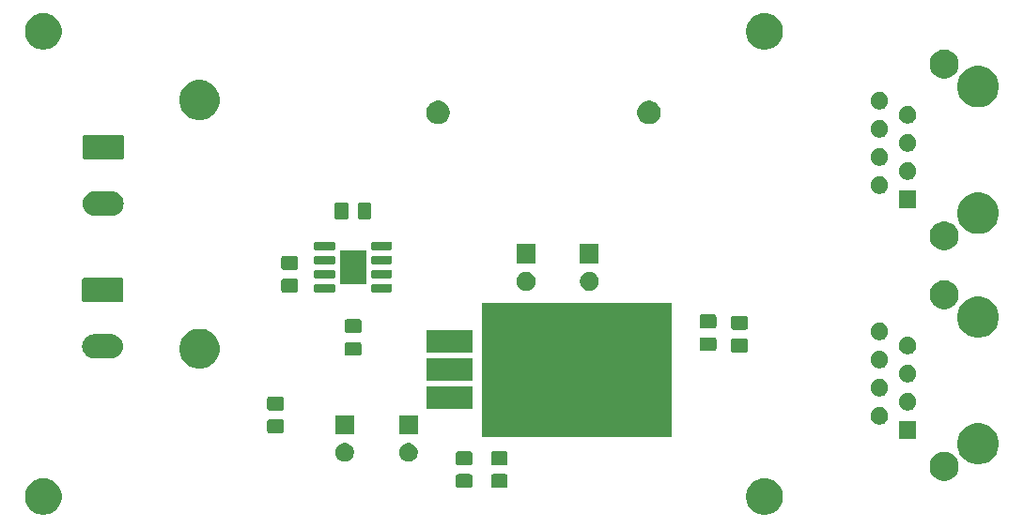
<source format=gbr>
G04 #@! TF.GenerationSoftware,KiCad,Pcbnew,5.1.4-e60b266~84~ubuntu18.04.1*
G04 #@! TF.CreationDate,2019-10-29T18:19:43-03:00*
G04 #@! TF.ProjectId,fonte_18V,666f6e74-655f-4313-9856-2e6b69636164,rev?*
G04 #@! TF.SameCoordinates,Original*
G04 #@! TF.FileFunction,Soldermask,Top*
G04 #@! TF.FilePolarity,Negative*
%FSLAX46Y46*%
G04 Gerber Fmt 4.6, Leading zero omitted, Abs format (unit mm)*
G04 Created by KiCad (PCBNEW 5.1.4-e60b266~84~ubuntu18.04.1) date 2019-10-29 18:19:43*
%MOMM*%
%LPD*%
G04 APERTURE LIST*
%ADD10C,0.100000*%
G04 APERTURE END LIST*
D10*
G36*
X159375256Y-180391298D02*
G01*
X159481579Y-180412447D01*
X159782042Y-180536903D01*
X160052451Y-180717585D01*
X160282415Y-180947549D01*
X160463097Y-181217958D01*
X160587553Y-181518421D01*
X160651000Y-181837391D01*
X160651000Y-182162609D01*
X160587553Y-182481579D01*
X160463097Y-182782042D01*
X160282415Y-183052451D01*
X160052451Y-183282415D01*
X159782042Y-183463097D01*
X159481579Y-183587553D01*
X159375256Y-183608702D01*
X159162611Y-183651000D01*
X158837389Y-183651000D01*
X158624744Y-183608702D01*
X158518421Y-183587553D01*
X158217958Y-183463097D01*
X157947549Y-183282415D01*
X157717585Y-183052451D01*
X157536903Y-182782042D01*
X157412447Y-182481579D01*
X157349000Y-182162609D01*
X157349000Y-181837391D01*
X157412447Y-181518421D01*
X157536903Y-181217958D01*
X157717585Y-180947549D01*
X157947549Y-180717585D01*
X158217958Y-180536903D01*
X158518421Y-180412447D01*
X158624744Y-180391298D01*
X158837389Y-180349000D01*
X159162611Y-180349000D01*
X159375256Y-180391298D01*
X159375256Y-180391298D01*
G37*
G36*
X94375256Y-180391298D02*
G01*
X94481579Y-180412447D01*
X94782042Y-180536903D01*
X95052451Y-180717585D01*
X95282415Y-180947549D01*
X95463097Y-181217958D01*
X95587553Y-181518421D01*
X95651000Y-181837391D01*
X95651000Y-182162609D01*
X95587553Y-182481579D01*
X95463097Y-182782042D01*
X95282415Y-183052451D01*
X95052451Y-183282415D01*
X94782042Y-183463097D01*
X94481579Y-183587553D01*
X94375256Y-183608702D01*
X94162611Y-183651000D01*
X93837389Y-183651000D01*
X93624744Y-183608702D01*
X93518421Y-183587553D01*
X93217958Y-183463097D01*
X92947549Y-183282415D01*
X92717585Y-183052451D01*
X92536903Y-182782042D01*
X92412447Y-182481579D01*
X92349000Y-182162609D01*
X92349000Y-181837391D01*
X92412447Y-181518421D01*
X92536903Y-181217958D01*
X92717585Y-180947549D01*
X92947549Y-180717585D01*
X93217958Y-180536903D01*
X93518421Y-180412447D01*
X93624744Y-180391298D01*
X93837389Y-180349000D01*
X94162611Y-180349000D01*
X94375256Y-180391298D01*
X94375256Y-180391298D01*
G37*
G36*
X132518674Y-179968465D02*
G01*
X132556367Y-179979899D01*
X132591103Y-179998466D01*
X132621548Y-180023452D01*
X132646534Y-180053897D01*
X132665101Y-180088633D01*
X132676535Y-180126326D01*
X132681000Y-180171661D01*
X132681000Y-181008339D01*
X132676535Y-181053674D01*
X132665101Y-181091367D01*
X132646534Y-181126103D01*
X132621548Y-181156548D01*
X132591103Y-181181534D01*
X132556367Y-181200101D01*
X132518674Y-181211535D01*
X132473339Y-181216000D01*
X131386661Y-181216000D01*
X131341326Y-181211535D01*
X131303633Y-181200101D01*
X131268897Y-181181534D01*
X131238452Y-181156548D01*
X131213466Y-181126103D01*
X131194899Y-181091367D01*
X131183465Y-181053674D01*
X131179000Y-181008339D01*
X131179000Y-180171661D01*
X131183465Y-180126326D01*
X131194899Y-180088633D01*
X131213466Y-180053897D01*
X131238452Y-180023452D01*
X131268897Y-179998466D01*
X131303633Y-179979899D01*
X131341326Y-179968465D01*
X131386661Y-179964000D01*
X132473339Y-179964000D01*
X132518674Y-179968465D01*
X132518674Y-179968465D01*
G37*
G36*
X135693674Y-179968465D02*
G01*
X135731367Y-179979899D01*
X135766103Y-179998466D01*
X135796548Y-180023452D01*
X135821534Y-180053897D01*
X135840101Y-180088633D01*
X135851535Y-180126326D01*
X135856000Y-180171661D01*
X135856000Y-181008339D01*
X135851535Y-181053674D01*
X135840101Y-181091367D01*
X135821534Y-181126103D01*
X135796548Y-181156548D01*
X135766103Y-181181534D01*
X135731367Y-181200101D01*
X135693674Y-181211535D01*
X135648339Y-181216000D01*
X134561661Y-181216000D01*
X134516326Y-181211535D01*
X134478633Y-181200101D01*
X134443897Y-181181534D01*
X134413452Y-181156548D01*
X134388466Y-181126103D01*
X134369899Y-181091367D01*
X134358465Y-181053674D01*
X134354000Y-181008339D01*
X134354000Y-180171661D01*
X134358465Y-180126326D01*
X134369899Y-180088633D01*
X134388466Y-180053897D01*
X134413452Y-180023452D01*
X134443897Y-179998466D01*
X134478633Y-179979899D01*
X134516326Y-179968465D01*
X134561661Y-179964000D01*
X135648339Y-179964000D01*
X135693674Y-179968465D01*
X135693674Y-179968465D01*
G37*
G36*
X175571487Y-178016996D02*
G01*
X175766603Y-178097816D01*
X175808255Y-178115069D01*
X175914670Y-178186173D01*
X176021339Y-178257447D01*
X176202553Y-178438661D01*
X176344932Y-178651747D01*
X176443004Y-178888513D01*
X176493000Y-179139861D01*
X176493000Y-179396139D01*
X176443004Y-179647487D01*
X176344932Y-179884253D01*
X176344931Y-179884255D01*
X176202553Y-180097339D01*
X176021339Y-180278553D01*
X175808255Y-180420931D01*
X175808254Y-180420932D01*
X175808253Y-180420932D01*
X175571487Y-180519004D01*
X175320139Y-180569000D01*
X175063861Y-180569000D01*
X174812513Y-180519004D01*
X174575747Y-180420932D01*
X174575746Y-180420932D01*
X174575745Y-180420931D01*
X174362661Y-180278553D01*
X174181447Y-180097339D01*
X174039069Y-179884255D01*
X174039068Y-179884253D01*
X173940996Y-179647487D01*
X173891000Y-179396139D01*
X173891000Y-179139861D01*
X173940996Y-178888513D01*
X174039068Y-178651747D01*
X174181447Y-178438661D01*
X174362661Y-178257447D01*
X174469330Y-178186173D01*
X174575745Y-178115069D01*
X174617397Y-178097816D01*
X174812513Y-178016996D01*
X175063861Y-177967000D01*
X175320139Y-177967000D01*
X175571487Y-178016996D01*
X175571487Y-178016996D01*
G37*
G36*
X135693674Y-177918465D02*
G01*
X135731367Y-177929899D01*
X135766103Y-177948466D01*
X135796548Y-177973452D01*
X135821534Y-178003897D01*
X135840101Y-178038633D01*
X135851535Y-178076326D01*
X135856000Y-178121661D01*
X135856000Y-178958339D01*
X135851535Y-179003674D01*
X135840101Y-179041367D01*
X135821534Y-179076103D01*
X135796548Y-179106548D01*
X135766103Y-179131534D01*
X135731367Y-179150101D01*
X135693674Y-179161535D01*
X135648339Y-179166000D01*
X134561661Y-179166000D01*
X134516326Y-179161535D01*
X134478633Y-179150101D01*
X134443897Y-179131534D01*
X134413452Y-179106548D01*
X134388466Y-179076103D01*
X134369899Y-179041367D01*
X134358465Y-179003674D01*
X134354000Y-178958339D01*
X134354000Y-178121661D01*
X134358465Y-178076326D01*
X134369899Y-178038633D01*
X134388466Y-178003897D01*
X134413452Y-177973452D01*
X134443897Y-177948466D01*
X134478633Y-177929899D01*
X134516326Y-177918465D01*
X134561661Y-177914000D01*
X135648339Y-177914000D01*
X135693674Y-177918465D01*
X135693674Y-177918465D01*
G37*
G36*
X132518674Y-177918465D02*
G01*
X132556367Y-177929899D01*
X132591103Y-177948466D01*
X132621548Y-177973452D01*
X132646534Y-178003897D01*
X132665101Y-178038633D01*
X132676535Y-178076326D01*
X132681000Y-178121661D01*
X132681000Y-178958339D01*
X132676535Y-179003674D01*
X132665101Y-179041367D01*
X132646534Y-179076103D01*
X132621548Y-179106548D01*
X132591103Y-179131534D01*
X132556367Y-179150101D01*
X132518674Y-179161535D01*
X132473339Y-179166000D01*
X131386661Y-179166000D01*
X131341326Y-179161535D01*
X131303633Y-179150101D01*
X131268897Y-179131534D01*
X131238452Y-179106548D01*
X131213466Y-179076103D01*
X131194899Y-179041367D01*
X131183465Y-179003674D01*
X131179000Y-178958339D01*
X131179000Y-178121661D01*
X131183465Y-178076326D01*
X131194899Y-178038633D01*
X131213466Y-178003897D01*
X131238452Y-177973452D01*
X131268897Y-177948466D01*
X131303633Y-177929899D01*
X131341326Y-177918465D01*
X131386661Y-177914000D01*
X132473339Y-177914000D01*
X132518674Y-177918465D01*
X132518674Y-177918465D01*
G37*
G36*
X178789208Y-175429093D02*
G01*
X179130617Y-175570510D01*
X179130619Y-175570511D01*
X179437880Y-175775816D01*
X179699184Y-176037120D01*
X179828150Y-176230131D01*
X179904490Y-176344383D01*
X180045907Y-176685792D01*
X180118000Y-177048229D01*
X180118000Y-177417771D01*
X180045907Y-177780208D01*
X179947825Y-178016997D01*
X179904489Y-178121619D01*
X179699184Y-178428880D01*
X179437880Y-178690184D01*
X179130619Y-178895489D01*
X179130618Y-178895490D01*
X179130617Y-178895490D01*
X178789208Y-179036907D01*
X178426771Y-179109000D01*
X178057229Y-179109000D01*
X177694792Y-179036907D01*
X177353383Y-178895490D01*
X177353382Y-178895490D01*
X177353381Y-178895489D01*
X177046120Y-178690184D01*
X176784816Y-178428880D01*
X176579511Y-178121619D01*
X176536175Y-178016997D01*
X176438093Y-177780208D01*
X176366000Y-177417771D01*
X176366000Y-177048229D01*
X176438093Y-176685792D01*
X176579510Y-176344383D01*
X176655851Y-176230131D01*
X176784816Y-176037120D01*
X177046120Y-175775816D01*
X177353381Y-175570511D01*
X177353383Y-175570510D01*
X177694792Y-175429093D01*
X178057229Y-175357000D01*
X178426771Y-175357000D01*
X178789208Y-175429093D01*
X178789208Y-175429093D01*
G37*
G36*
X127148228Y-177195703D02*
G01*
X127303100Y-177259853D01*
X127442481Y-177352985D01*
X127561015Y-177471519D01*
X127654147Y-177610900D01*
X127718297Y-177765772D01*
X127751000Y-177930184D01*
X127751000Y-178097816D01*
X127718297Y-178262228D01*
X127654147Y-178417100D01*
X127561015Y-178556481D01*
X127442481Y-178675015D01*
X127303100Y-178768147D01*
X127148228Y-178832297D01*
X126983816Y-178865000D01*
X126816184Y-178865000D01*
X126651772Y-178832297D01*
X126496900Y-178768147D01*
X126357519Y-178675015D01*
X126238985Y-178556481D01*
X126145853Y-178417100D01*
X126081703Y-178262228D01*
X126049000Y-178097816D01*
X126049000Y-177930184D01*
X126081703Y-177765772D01*
X126145853Y-177610900D01*
X126238985Y-177471519D01*
X126357519Y-177352985D01*
X126496900Y-177259853D01*
X126651772Y-177195703D01*
X126816184Y-177163000D01*
X126983816Y-177163000D01*
X127148228Y-177195703D01*
X127148228Y-177195703D01*
G37*
G36*
X121406228Y-177195703D02*
G01*
X121561100Y-177259853D01*
X121700481Y-177352985D01*
X121819015Y-177471519D01*
X121912147Y-177610900D01*
X121976297Y-177765772D01*
X122009000Y-177930184D01*
X122009000Y-178097816D01*
X121976297Y-178262228D01*
X121912147Y-178417100D01*
X121819015Y-178556481D01*
X121700481Y-178675015D01*
X121561100Y-178768147D01*
X121406228Y-178832297D01*
X121241816Y-178865000D01*
X121074184Y-178865000D01*
X120909772Y-178832297D01*
X120754900Y-178768147D01*
X120615519Y-178675015D01*
X120496985Y-178556481D01*
X120403853Y-178417100D01*
X120339703Y-178262228D01*
X120307000Y-178097816D01*
X120307000Y-177930184D01*
X120339703Y-177765772D01*
X120403853Y-177610900D01*
X120496985Y-177471519D01*
X120615519Y-177352985D01*
X120754900Y-177259853D01*
X120909772Y-177195703D01*
X121074184Y-177163000D01*
X121241816Y-177163000D01*
X121406228Y-177195703D01*
X121406228Y-177195703D01*
G37*
G36*
X172693000Y-176764000D02*
G01*
X171091000Y-176764000D01*
X171091000Y-175162000D01*
X172693000Y-175162000D01*
X172693000Y-176764000D01*
X172693000Y-176764000D01*
G37*
G36*
X150601000Y-176601000D02*
G01*
X133499000Y-176601000D01*
X133499000Y-164499000D01*
X150601000Y-164499000D01*
X150601000Y-176601000D01*
X150601000Y-176601000D01*
G37*
G36*
X122009000Y-176365000D02*
G01*
X120307000Y-176365000D01*
X120307000Y-174663000D01*
X122009000Y-174663000D01*
X122009000Y-176365000D01*
X122009000Y-176365000D01*
G37*
G36*
X127751000Y-176365000D02*
G01*
X126049000Y-176365000D01*
X126049000Y-174663000D01*
X127751000Y-174663000D01*
X127751000Y-176365000D01*
X127751000Y-176365000D01*
G37*
G36*
X115523674Y-175028465D02*
G01*
X115561367Y-175039899D01*
X115596103Y-175058466D01*
X115626548Y-175083452D01*
X115651534Y-175113897D01*
X115670101Y-175148633D01*
X115681535Y-175186326D01*
X115686000Y-175231661D01*
X115686000Y-176068339D01*
X115681535Y-176113674D01*
X115670101Y-176151367D01*
X115651534Y-176186103D01*
X115626548Y-176216548D01*
X115596103Y-176241534D01*
X115561367Y-176260101D01*
X115523674Y-176271535D01*
X115478339Y-176276000D01*
X114391661Y-176276000D01*
X114346326Y-176271535D01*
X114308633Y-176260101D01*
X114273897Y-176241534D01*
X114243452Y-176216548D01*
X114218466Y-176186103D01*
X114199899Y-176151367D01*
X114188465Y-176113674D01*
X114184000Y-176068339D01*
X114184000Y-175231661D01*
X114188465Y-175186326D01*
X114199899Y-175148633D01*
X114218466Y-175113897D01*
X114243452Y-175083452D01*
X114273897Y-175058466D01*
X114308633Y-175039899D01*
X114346326Y-175028465D01*
X114391661Y-175024000D01*
X115478339Y-175024000D01*
X115523674Y-175028465D01*
X115523674Y-175028465D01*
G37*
G36*
X169585642Y-173922781D02*
G01*
X169731414Y-173983162D01*
X169731416Y-173983163D01*
X169862608Y-174070822D01*
X169974178Y-174182392D01*
X170061837Y-174313584D01*
X170061838Y-174313586D01*
X170122219Y-174459358D01*
X170153000Y-174614107D01*
X170153000Y-174771893D01*
X170122219Y-174926642D01*
X170081892Y-175024000D01*
X170061837Y-175072416D01*
X169974178Y-175203608D01*
X169862608Y-175315178D01*
X169731416Y-175402837D01*
X169731415Y-175402838D01*
X169731414Y-175402838D01*
X169585642Y-175463219D01*
X169430893Y-175494000D01*
X169273107Y-175494000D01*
X169118358Y-175463219D01*
X168972586Y-175402838D01*
X168972585Y-175402838D01*
X168972584Y-175402837D01*
X168841392Y-175315178D01*
X168729822Y-175203608D01*
X168642163Y-175072416D01*
X168622108Y-175024000D01*
X168581781Y-174926642D01*
X168551000Y-174771893D01*
X168551000Y-174614107D01*
X168581781Y-174459358D01*
X168642162Y-174313586D01*
X168642163Y-174313584D01*
X168729822Y-174182392D01*
X168841392Y-174070822D01*
X168972584Y-173983163D01*
X168972586Y-173983162D01*
X169118358Y-173922781D01*
X169273107Y-173892000D01*
X169430893Y-173892000D01*
X169585642Y-173922781D01*
X169585642Y-173922781D01*
G37*
G36*
X115523674Y-172978465D02*
G01*
X115561367Y-172989899D01*
X115596103Y-173008466D01*
X115626548Y-173033452D01*
X115651534Y-173063897D01*
X115670101Y-173098633D01*
X115681535Y-173136326D01*
X115686000Y-173181661D01*
X115686000Y-174018339D01*
X115681535Y-174063674D01*
X115670101Y-174101367D01*
X115651534Y-174136103D01*
X115626548Y-174166548D01*
X115596103Y-174191534D01*
X115561367Y-174210101D01*
X115523674Y-174221535D01*
X115478339Y-174226000D01*
X114391661Y-174226000D01*
X114346326Y-174221535D01*
X114308633Y-174210101D01*
X114273897Y-174191534D01*
X114243452Y-174166548D01*
X114218466Y-174136103D01*
X114199899Y-174101367D01*
X114188465Y-174063674D01*
X114184000Y-174018339D01*
X114184000Y-173181661D01*
X114188465Y-173136326D01*
X114199899Y-173098633D01*
X114218466Y-173063897D01*
X114243452Y-173033452D01*
X114273897Y-173008466D01*
X114308633Y-172989899D01*
X114346326Y-172978465D01*
X114391661Y-172974000D01*
X115478339Y-172974000D01*
X115523674Y-172978465D01*
X115523674Y-172978465D01*
G37*
G36*
X172125642Y-172652781D02*
G01*
X172271414Y-172713162D01*
X172271416Y-172713163D01*
X172402608Y-172800822D01*
X172514178Y-172912392D01*
X172558326Y-172978465D01*
X172601838Y-173043586D01*
X172662219Y-173189358D01*
X172693000Y-173344107D01*
X172693000Y-173501893D01*
X172662219Y-173656642D01*
X172601838Y-173802414D01*
X172601837Y-173802416D01*
X172514178Y-173933608D01*
X172402608Y-174045178D01*
X172271416Y-174132837D01*
X172271415Y-174132838D01*
X172271414Y-174132838D01*
X172125642Y-174193219D01*
X171970893Y-174224000D01*
X171813107Y-174224000D01*
X171658358Y-174193219D01*
X171512586Y-174132838D01*
X171512585Y-174132838D01*
X171512584Y-174132837D01*
X171381392Y-174045178D01*
X171269822Y-173933608D01*
X171182163Y-173802416D01*
X171182162Y-173802414D01*
X171121781Y-173656642D01*
X171091000Y-173501893D01*
X171091000Y-173344107D01*
X171121781Y-173189358D01*
X171182162Y-173043586D01*
X171225674Y-172978465D01*
X171269822Y-172912392D01*
X171381392Y-172800822D01*
X171512584Y-172713163D01*
X171512586Y-172713162D01*
X171658358Y-172652781D01*
X171813107Y-172622000D01*
X171970893Y-172622000D01*
X172125642Y-172652781D01*
X172125642Y-172652781D01*
G37*
G36*
X132671000Y-174093500D02*
G01*
X128569000Y-174093500D01*
X128569000Y-172086500D01*
X132671000Y-172086500D01*
X132671000Y-174093500D01*
X132671000Y-174093500D01*
G37*
G36*
X169585642Y-171382781D02*
G01*
X169731414Y-171443162D01*
X169731416Y-171443163D01*
X169862608Y-171530822D01*
X169974178Y-171642392D01*
X169981412Y-171653219D01*
X170061838Y-171773586D01*
X170122219Y-171919358D01*
X170153000Y-172074107D01*
X170153000Y-172231893D01*
X170122219Y-172386642D01*
X170061838Y-172532414D01*
X170061837Y-172532416D01*
X169974178Y-172663608D01*
X169862608Y-172775178D01*
X169731416Y-172862837D01*
X169731415Y-172862838D01*
X169731414Y-172862838D01*
X169585642Y-172923219D01*
X169430893Y-172954000D01*
X169273107Y-172954000D01*
X169118358Y-172923219D01*
X168972586Y-172862838D01*
X168972585Y-172862838D01*
X168972584Y-172862837D01*
X168841392Y-172775178D01*
X168729822Y-172663608D01*
X168642163Y-172532416D01*
X168642162Y-172532414D01*
X168581781Y-172386642D01*
X168551000Y-172231893D01*
X168551000Y-172074107D01*
X168581781Y-171919358D01*
X168642162Y-171773586D01*
X168722588Y-171653219D01*
X168729822Y-171642392D01*
X168841392Y-171530822D01*
X168972584Y-171443163D01*
X168972586Y-171443162D01*
X169118358Y-171382781D01*
X169273107Y-171352000D01*
X169430893Y-171352000D01*
X169585642Y-171382781D01*
X169585642Y-171382781D01*
G37*
G36*
X172125642Y-170112781D02*
G01*
X172271414Y-170173162D01*
X172271416Y-170173163D01*
X172402608Y-170260822D01*
X172514178Y-170372392D01*
X172601837Y-170503584D01*
X172601838Y-170503586D01*
X172662219Y-170649358D01*
X172693000Y-170804107D01*
X172693000Y-170961893D01*
X172662219Y-171116642D01*
X172601838Y-171262414D01*
X172601837Y-171262416D01*
X172514178Y-171393608D01*
X172402608Y-171505178D01*
X172271416Y-171592837D01*
X172271415Y-171592838D01*
X172271414Y-171592838D01*
X172125642Y-171653219D01*
X171970893Y-171684000D01*
X171813107Y-171684000D01*
X171658358Y-171653219D01*
X171512586Y-171592838D01*
X171512585Y-171592838D01*
X171512584Y-171592837D01*
X171381392Y-171505178D01*
X171269822Y-171393608D01*
X171182163Y-171262416D01*
X171182162Y-171262414D01*
X171121781Y-171116642D01*
X171091000Y-170961893D01*
X171091000Y-170804107D01*
X171121781Y-170649358D01*
X171182162Y-170503586D01*
X171182163Y-170503584D01*
X171269822Y-170372392D01*
X171381392Y-170260822D01*
X171512584Y-170173163D01*
X171512586Y-170173162D01*
X171658358Y-170112781D01*
X171813107Y-170082000D01*
X171970893Y-170082000D01*
X172125642Y-170112781D01*
X172125642Y-170112781D01*
G37*
G36*
X132671000Y-171553500D02*
G01*
X128569000Y-171553500D01*
X128569000Y-169546500D01*
X132671000Y-169546500D01*
X132671000Y-171553500D01*
X132671000Y-171553500D01*
G37*
G36*
X108602331Y-166924211D02*
G01*
X108930092Y-167059974D01*
X109225070Y-167257072D01*
X109475928Y-167507930D01*
X109673026Y-167802908D01*
X109808789Y-168130669D01*
X109878000Y-168478616D01*
X109878000Y-168833384D01*
X109808789Y-169181331D01*
X109673026Y-169509092D01*
X109475928Y-169804070D01*
X109225070Y-170054928D01*
X108930092Y-170252026D01*
X108602331Y-170387789D01*
X108254384Y-170457000D01*
X107899616Y-170457000D01*
X107551669Y-170387789D01*
X107223908Y-170252026D01*
X106928930Y-170054928D01*
X106678072Y-169804070D01*
X106480974Y-169509092D01*
X106345211Y-169181331D01*
X106276000Y-168833384D01*
X106276000Y-168478616D01*
X106345211Y-168130669D01*
X106480974Y-167802908D01*
X106678072Y-167507930D01*
X106928930Y-167257072D01*
X107223908Y-167059974D01*
X107551669Y-166924211D01*
X107899616Y-166855000D01*
X108254384Y-166855000D01*
X108602331Y-166924211D01*
X108602331Y-166924211D01*
G37*
G36*
X169585642Y-168842781D02*
G01*
X169702301Y-168891103D01*
X169731416Y-168903163D01*
X169862608Y-168990822D01*
X169974178Y-169102392D01*
X170061837Y-169233584D01*
X170061838Y-169233586D01*
X170122219Y-169379358D01*
X170153000Y-169534107D01*
X170153000Y-169691893D01*
X170122219Y-169846642D01*
X170061838Y-169992414D01*
X170061837Y-169992416D01*
X169974178Y-170123608D01*
X169862608Y-170235178D01*
X169731416Y-170322837D01*
X169731415Y-170322838D01*
X169731414Y-170322838D01*
X169585642Y-170383219D01*
X169430893Y-170414000D01*
X169273107Y-170414000D01*
X169118358Y-170383219D01*
X168972586Y-170322838D01*
X168972585Y-170322838D01*
X168972584Y-170322837D01*
X168841392Y-170235178D01*
X168729822Y-170123608D01*
X168642163Y-169992416D01*
X168642162Y-169992414D01*
X168581781Y-169846642D01*
X168551000Y-169691893D01*
X168551000Y-169534107D01*
X168581781Y-169379358D01*
X168642162Y-169233586D01*
X168642163Y-169233584D01*
X168729822Y-169102392D01*
X168841392Y-168990822D01*
X168972584Y-168903163D01*
X169001699Y-168891103D01*
X169118358Y-168842781D01*
X169273107Y-168812000D01*
X169430893Y-168812000D01*
X169585642Y-168842781D01*
X169585642Y-168842781D01*
G37*
G36*
X100328871Y-167359786D02*
G01*
X100534530Y-167422172D01*
X100724055Y-167523475D01*
X100724058Y-167523477D01*
X100724059Y-167523478D01*
X100890186Y-167659814D01*
X101018906Y-167816661D01*
X101026525Y-167825945D01*
X101127828Y-168015470D01*
X101190214Y-168221129D01*
X101211278Y-168435000D01*
X101190214Y-168648871D01*
X101143900Y-168801548D01*
X101136321Y-168826534D01*
X101127828Y-168854530D01*
X101026525Y-169044055D01*
X101026523Y-169044058D01*
X101026522Y-169044059D01*
X100890186Y-169210186D01*
X100724059Y-169346522D01*
X100724055Y-169346525D01*
X100534530Y-169447828D01*
X100328871Y-169510214D01*
X100168591Y-169526000D01*
X98541409Y-169526000D01*
X98381129Y-169510214D01*
X98175470Y-169447828D01*
X97985945Y-169346525D01*
X97985941Y-169346522D01*
X97819814Y-169210186D01*
X97683478Y-169044059D01*
X97683477Y-169044058D01*
X97683475Y-169044055D01*
X97582172Y-168854530D01*
X97573680Y-168826534D01*
X97566100Y-168801548D01*
X97519786Y-168648871D01*
X97498722Y-168435000D01*
X97519786Y-168221129D01*
X97582172Y-168015470D01*
X97683475Y-167825945D01*
X97691094Y-167816661D01*
X97819814Y-167659814D01*
X97985941Y-167523478D01*
X97985942Y-167523477D01*
X97985945Y-167523475D01*
X98175470Y-167422172D01*
X98381129Y-167359786D01*
X98541409Y-167344000D01*
X100168591Y-167344000D01*
X100328871Y-167359786D01*
X100328871Y-167359786D01*
G37*
G36*
X122508674Y-168043465D02*
G01*
X122546367Y-168054899D01*
X122581103Y-168073466D01*
X122611548Y-168098452D01*
X122636534Y-168128897D01*
X122655101Y-168163633D01*
X122666535Y-168201326D01*
X122671000Y-168246661D01*
X122671000Y-169083339D01*
X122666535Y-169128674D01*
X122655101Y-169166367D01*
X122636534Y-169201103D01*
X122611548Y-169231548D01*
X122581103Y-169256534D01*
X122546367Y-169275101D01*
X122508674Y-169286535D01*
X122463339Y-169291000D01*
X121376661Y-169291000D01*
X121331326Y-169286535D01*
X121293633Y-169275101D01*
X121258897Y-169256534D01*
X121228452Y-169231548D01*
X121203466Y-169201103D01*
X121184899Y-169166367D01*
X121173465Y-169128674D01*
X121169000Y-169083339D01*
X121169000Y-168246661D01*
X121173465Y-168201326D01*
X121184899Y-168163633D01*
X121203466Y-168128897D01*
X121228452Y-168098452D01*
X121258897Y-168073466D01*
X121293633Y-168054899D01*
X121331326Y-168043465D01*
X121376661Y-168039000D01*
X122463339Y-168039000D01*
X122508674Y-168043465D01*
X122508674Y-168043465D01*
G37*
G36*
X172125642Y-167572781D02*
G01*
X172223861Y-167613465D01*
X172271416Y-167633163D01*
X172402608Y-167720822D01*
X172514178Y-167832392D01*
X172591474Y-167948075D01*
X172601838Y-167963586D01*
X172662219Y-168109358D01*
X172693000Y-168264107D01*
X172693000Y-168421893D01*
X172662219Y-168576642D01*
X172630450Y-168653339D01*
X172601837Y-168722416D01*
X172514178Y-168853608D01*
X172402608Y-168965178D01*
X172271416Y-169052837D01*
X172271415Y-169052838D01*
X172271414Y-169052838D01*
X172125642Y-169113219D01*
X171970893Y-169144000D01*
X171813107Y-169144000D01*
X171658358Y-169113219D01*
X171512586Y-169052838D01*
X171512585Y-169052838D01*
X171512584Y-169052837D01*
X171381392Y-168965178D01*
X171269822Y-168853608D01*
X171182163Y-168722416D01*
X171153550Y-168653339D01*
X171121781Y-168576642D01*
X171091000Y-168421893D01*
X171091000Y-168264107D01*
X171121781Y-168109358D01*
X171182162Y-167963586D01*
X171192526Y-167948075D01*
X171269822Y-167832392D01*
X171381392Y-167720822D01*
X171512584Y-167633163D01*
X171560139Y-167613465D01*
X171658358Y-167572781D01*
X171813107Y-167542000D01*
X171970893Y-167542000D01*
X172125642Y-167572781D01*
X172125642Y-167572781D01*
G37*
G36*
X132671000Y-169013500D02*
G01*
X128569000Y-169013500D01*
X128569000Y-167006500D01*
X132671000Y-167006500D01*
X132671000Y-169013500D01*
X132671000Y-169013500D01*
G37*
G36*
X157328674Y-167733465D02*
G01*
X157366367Y-167744899D01*
X157401103Y-167763466D01*
X157431548Y-167788452D01*
X157456534Y-167818897D01*
X157475101Y-167853633D01*
X157486535Y-167891326D01*
X157491000Y-167936661D01*
X157491000Y-168773339D01*
X157486535Y-168818674D01*
X157475101Y-168856367D01*
X157456534Y-168891103D01*
X157431548Y-168921548D01*
X157401103Y-168946534D01*
X157366367Y-168965101D01*
X157328674Y-168976535D01*
X157283339Y-168981000D01*
X156196661Y-168981000D01*
X156151326Y-168976535D01*
X156113633Y-168965101D01*
X156078897Y-168946534D01*
X156048452Y-168921548D01*
X156023466Y-168891103D01*
X156004899Y-168856367D01*
X155993465Y-168818674D01*
X155989000Y-168773339D01*
X155989000Y-167936661D01*
X155993465Y-167891326D01*
X156004899Y-167853633D01*
X156023466Y-167818897D01*
X156048452Y-167788452D01*
X156078897Y-167763466D01*
X156113633Y-167744899D01*
X156151326Y-167733465D01*
X156196661Y-167729000D01*
X157283339Y-167729000D01*
X157328674Y-167733465D01*
X157328674Y-167733465D01*
G37*
G36*
X154498674Y-167613465D02*
G01*
X154536367Y-167624899D01*
X154571103Y-167643466D01*
X154601548Y-167668452D01*
X154626534Y-167698897D01*
X154645101Y-167733633D01*
X154656535Y-167771326D01*
X154661000Y-167816661D01*
X154661000Y-168653339D01*
X154656535Y-168698674D01*
X154645101Y-168736367D01*
X154626534Y-168771103D01*
X154601548Y-168801548D01*
X154571103Y-168826534D01*
X154536367Y-168845101D01*
X154498674Y-168856535D01*
X154453339Y-168861000D01*
X153366661Y-168861000D01*
X153321326Y-168856535D01*
X153283633Y-168845101D01*
X153248897Y-168826534D01*
X153218452Y-168801548D01*
X153193466Y-168771103D01*
X153174899Y-168736367D01*
X153163465Y-168698674D01*
X153159000Y-168653339D01*
X153159000Y-167816661D01*
X153163465Y-167771326D01*
X153174899Y-167733633D01*
X153193466Y-167698897D01*
X153218452Y-167668452D01*
X153248897Y-167643466D01*
X153283633Y-167624899D01*
X153321326Y-167613465D01*
X153366661Y-167609000D01*
X154453339Y-167609000D01*
X154498674Y-167613465D01*
X154498674Y-167613465D01*
G37*
G36*
X169585642Y-166302781D02*
G01*
X169731414Y-166363162D01*
X169731416Y-166363163D01*
X169862608Y-166450822D01*
X169974178Y-166562392D01*
X170060524Y-166691619D01*
X170061838Y-166693586D01*
X170122219Y-166839358D01*
X170153000Y-166994107D01*
X170153000Y-167151893D01*
X170122219Y-167306642D01*
X170061838Y-167452414D01*
X170061837Y-167452416D01*
X169974178Y-167583608D01*
X169862608Y-167695178D01*
X169731416Y-167782837D01*
X169731415Y-167782838D01*
X169731414Y-167782838D01*
X169585642Y-167843219D01*
X169430893Y-167874000D01*
X169273107Y-167874000D01*
X169118358Y-167843219D01*
X168972586Y-167782838D01*
X168972585Y-167782838D01*
X168972584Y-167782837D01*
X168841392Y-167695178D01*
X168729822Y-167583608D01*
X168642163Y-167452416D01*
X168642162Y-167452414D01*
X168581781Y-167306642D01*
X168551000Y-167151893D01*
X168551000Y-166994107D01*
X168581781Y-166839358D01*
X168642162Y-166693586D01*
X168643476Y-166691619D01*
X168729822Y-166562392D01*
X168841392Y-166450822D01*
X168972584Y-166363163D01*
X168972586Y-166363162D01*
X169118358Y-166302781D01*
X169273107Y-166272000D01*
X169430893Y-166272000D01*
X169585642Y-166302781D01*
X169585642Y-166302781D01*
G37*
G36*
X178789208Y-163999093D02*
G01*
X179130617Y-164140510D01*
X179130619Y-164140511D01*
X179345521Y-164284104D01*
X179437880Y-164345816D01*
X179699184Y-164607120D01*
X179904490Y-164914383D01*
X180045907Y-165255792D01*
X180118000Y-165618229D01*
X180118000Y-165987771D01*
X180045907Y-166350208D01*
X179905144Y-166690038D01*
X179904489Y-166691619D01*
X179699184Y-166998880D01*
X179437880Y-167260184D01*
X179130619Y-167465489D01*
X179130618Y-167465490D01*
X179130617Y-167465490D01*
X178789208Y-167606907D01*
X178426771Y-167679000D01*
X178057229Y-167679000D01*
X177694792Y-167606907D01*
X177353383Y-167465490D01*
X177353382Y-167465490D01*
X177353381Y-167465489D01*
X177046120Y-167260184D01*
X176784816Y-166998880D01*
X176579511Y-166691619D01*
X176578856Y-166690038D01*
X176438093Y-166350208D01*
X176366000Y-165987771D01*
X176366000Y-165618229D01*
X176438093Y-165255792D01*
X176579510Y-164914383D01*
X176784816Y-164607120D01*
X177046120Y-164345816D01*
X177138479Y-164284104D01*
X177353381Y-164140511D01*
X177353383Y-164140510D01*
X177694792Y-163999093D01*
X178057229Y-163927000D01*
X178426771Y-163927000D01*
X178789208Y-163999093D01*
X178789208Y-163999093D01*
G37*
G36*
X122508674Y-165993465D02*
G01*
X122546367Y-166004899D01*
X122581103Y-166023466D01*
X122611548Y-166048452D01*
X122636534Y-166078897D01*
X122655101Y-166113633D01*
X122666535Y-166151326D01*
X122671000Y-166196661D01*
X122671000Y-167033339D01*
X122666535Y-167078674D01*
X122655101Y-167116367D01*
X122636534Y-167151103D01*
X122611548Y-167181548D01*
X122581103Y-167206534D01*
X122546367Y-167225101D01*
X122508674Y-167236535D01*
X122463339Y-167241000D01*
X121376661Y-167241000D01*
X121331326Y-167236535D01*
X121293633Y-167225101D01*
X121258897Y-167206534D01*
X121228452Y-167181548D01*
X121203466Y-167151103D01*
X121184899Y-167116367D01*
X121173465Y-167078674D01*
X121169000Y-167033339D01*
X121169000Y-166196661D01*
X121173465Y-166151326D01*
X121184899Y-166113633D01*
X121203466Y-166078897D01*
X121228452Y-166048452D01*
X121258897Y-166023466D01*
X121293633Y-166004899D01*
X121331326Y-165993465D01*
X121376661Y-165989000D01*
X122463339Y-165989000D01*
X122508674Y-165993465D01*
X122508674Y-165993465D01*
G37*
G36*
X157328674Y-165683465D02*
G01*
X157366367Y-165694899D01*
X157401103Y-165713466D01*
X157431548Y-165738452D01*
X157456534Y-165768897D01*
X157475101Y-165803633D01*
X157486535Y-165841326D01*
X157491000Y-165886661D01*
X157491000Y-166723339D01*
X157486535Y-166768674D01*
X157475101Y-166806367D01*
X157456534Y-166841103D01*
X157431548Y-166871548D01*
X157401103Y-166896534D01*
X157366367Y-166915101D01*
X157328674Y-166926535D01*
X157283339Y-166931000D01*
X156196661Y-166931000D01*
X156151326Y-166926535D01*
X156113633Y-166915101D01*
X156078897Y-166896534D01*
X156048452Y-166871548D01*
X156023466Y-166841103D01*
X156004899Y-166806367D01*
X155993465Y-166768674D01*
X155989000Y-166723339D01*
X155989000Y-165886661D01*
X155993465Y-165841326D01*
X156004899Y-165803633D01*
X156023466Y-165768897D01*
X156048452Y-165738452D01*
X156078897Y-165713466D01*
X156113633Y-165694899D01*
X156151326Y-165683465D01*
X156196661Y-165679000D01*
X157283339Y-165679000D01*
X157328674Y-165683465D01*
X157328674Y-165683465D01*
G37*
G36*
X154498674Y-165563465D02*
G01*
X154536367Y-165574899D01*
X154571103Y-165593466D01*
X154601548Y-165618452D01*
X154626534Y-165648897D01*
X154645101Y-165683633D01*
X154656535Y-165721326D01*
X154661000Y-165766661D01*
X154661000Y-166603339D01*
X154656535Y-166648674D01*
X154645101Y-166686367D01*
X154626534Y-166721103D01*
X154601548Y-166751548D01*
X154571103Y-166776534D01*
X154536367Y-166795101D01*
X154498674Y-166806535D01*
X154453339Y-166811000D01*
X153366661Y-166811000D01*
X153321326Y-166806535D01*
X153283633Y-166795101D01*
X153248897Y-166776534D01*
X153218452Y-166751548D01*
X153193466Y-166721103D01*
X153174899Y-166686367D01*
X153163465Y-166648674D01*
X153159000Y-166603339D01*
X153159000Y-165766661D01*
X153163465Y-165721326D01*
X153174899Y-165683633D01*
X153193466Y-165648897D01*
X153218452Y-165618452D01*
X153248897Y-165593466D01*
X153283633Y-165574899D01*
X153321326Y-165563465D01*
X153366661Y-165559000D01*
X154453339Y-165559000D01*
X154498674Y-165563465D01*
X154498674Y-165563465D01*
G37*
G36*
X175571487Y-162516996D02*
G01*
X175808253Y-162615068D01*
X175808255Y-162615069D01*
X176021339Y-162757447D01*
X176202553Y-162938661D01*
X176318696Y-163112481D01*
X176344932Y-163151747D01*
X176443004Y-163388513D01*
X176493000Y-163639861D01*
X176493000Y-163896139D01*
X176443004Y-164147487D01*
X176367634Y-164329445D01*
X176344931Y-164384255D01*
X176202553Y-164597339D01*
X176021339Y-164778553D01*
X175808255Y-164920931D01*
X175808254Y-164920932D01*
X175808253Y-164920932D01*
X175571487Y-165019004D01*
X175320139Y-165069000D01*
X175063861Y-165069000D01*
X174812513Y-165019004D01*
X174575747Y-164920932D01*
X174575746Y-164920932D01*
X174575745Y-164920931D01*
X174362661Y-164778553D01*
X174181447Y-164597339D01*
X174039069Y-164384255D01*
X174016366Y-164329445D01*
X173940996Y-164147487D01*
X173891000Y-163896139D01*
X173891000Y-163639861D01*
X173940996Y-163388513D01*
X174039068Y-163151747D01*
X174065305Y-163112481D01*
X174181447Y-162938661D01*
X174362661Y-162757447D01*
X174575745Y-162615069D01*
X174575747Y-162615068D01*
X174812513Y-162516996D01*
X175063861Y-162467000D01*
X175320139Y-162467000D01*
X175571487Y-162516996D01*
X175571487Y-162516996D01*
G37*
G36*
X101071217Y-162267808D02*
G01*
X101102489Y-162277294D01*
X101131308Y-162292698D01*
X101156570Y-162313430D01*
X101177302Y-162338692D01*
X101192706Y-162367511D01*
X101202192Y-162398783D01*
X101206000Y-162437448D01*
X101206000Y-164272552D01*
X101202192Y-164311217D01*
X101192706Y-164342489D01*
X101177302Y-164371308D01*
X101156570Y-164396570D01*
X101131308Y-164417302D01*
X101102489Y-164432706D01*
X101071217Y-164442192D01*
X101032552Y-164446000D01*
X97677448Y-164446000D01*
X97638783Y-164442192D01*
X97607511Y-164432706D01*
X97578692Y-164417302D01*
X97553430Y-164396570D01*
X97532698Y-164371308D01*
X97517294Y-164342489D01*
X97507808Y-164311217D01*
X97504000Y-164272552D01*
X97504000Y-162437448D01*
X97507808Y-162398783D01*
X97517294Y-162367511D01*
X97532698Y-162338692D01*
X97553430Y-162313430D01*
X97578692Y-162292698D01*
X97607511Y-162277294D01*
X97638783Y-162267808D01*
X97677448Y-162264000D01*
X101032552Y-162264000D01*
X101071217Y-162267808D01*
X101071217Y-162267808D01*
G37*
G36*
X116793674Y-162328465D02*
G01*
X116831367Y-162339899D01*
X116866103Y-162358466D01*
X116896548Y-162383452D01*
X116921534Y-162413897D01*
X116940101Y-162448633D01*
X116951535Y-162486326D01*
X116956000Y-162531661D01*
X116956000Y-163368339D01*
X116951535Y-163413674D01*
X116940101Y-163451367D01*
X116921534Y-163486103D01*
X116896548Y-163516548D01*
X116866103Y-163541534D01*
X116831367Y-163560101D01*
X116793674Y-163571535D01*
X116748339Y-163576000D01*
X115661661Y-163576000D01*
X115616326Y-163571535D01*
X115578633Y-163560101D01*
X115543897Y-163541534D01*
X115513452Y-163516548D01*
X115488466Y-163486103D01*
X115469899Y-163451367D01*
X115458465Y-163413674D01*
X115454000Y-163368339D01*
X115454000Y-162531661D01*
X115458465Y-162486326D01*
X115469899Y-162448633D01*
X115488466Y-162413897D01*
X115513452Y-162383452D01*
X115543897Y-162358466D01*
X115578633Y-162339899D01*
X115616326Y-162328465D01*
X115661661Y-162324000D01*
X116748339Y-162324000D01*
X116793674Y-162328465D01*
X116793674Y-162328465D01*
G37*
G36*
X125329928Y-162846764D02*
G01*
X125351009Y-162853160D01*
X125370445Y-162863548D01*
X125387476Y-162877524D01*
X125401452Y-162894555D01*
X125411840Y-162913991D01*
X125418236Y-162935072D01*
X125421000Y-162963140D01*
X125421000Y-163426860D01*
X125418236Y-163454928D01*
X125411840Y-163476009D01*
X125401452Y-163495445D01*
X125387476Y-163512476D01*
X125370445Y-163526452D01*
X125351009Y-163536840D01*
X125329928Y-163543236D01*
X125301860Y-163546000D01*
X123663140Y-163546000D01*
X123635072Y-163543236D01*
X123613991Y-163536840D01*
X123594555Y-163526452D01*
X123577524Y-163512476D01*
X123563548Y-163495445D01*
X123553160Y-163476009D01*
X123546764Y-163454928D01*
X123544000Y-163426860D01*
X123544000Y-162963140D01*
X123546764Y-162935072D01*
X123553160Y-162913991D01*
X123563548Y-162894555D01*
X123577524Y-162877524D01*
X123594555Y-162863548D01*
X123613991Y-162853160D01*
X123635072Y-162846764D01*
X123663140Y-162844000D01*
X125301860Y-162844000D01*
X125329928Y-162846764D01*
X125329928Y-162846764D01*
G37*
G36*
X120204928Y-162846764D02*
G01*
X120226009Y-162853160D01*
X120245445Y-162863548D01*
X120262476Y-162877524D01*
X120276452Y-162894555D01*
X120286840Y-162913991D01*
X120293236Y-162935072D01*
X120296000Y-162963140D01*
X120296000Y-163426860D01*
X120293236Y-163454928D01*
X120286840Y-163476009D01*
X120276452Y-163495445D01*
X120262476Y-163512476D01*
X120245445Y-163526452D01*
X120226009Y-163536840D01*
X120204928Y-163543236D01*
X120176860Y-163546000D01*
X118538140Y-163546000D01*
X118510072Y-163543236D01*
X118488991Y-163536840D01*
X118469555Y-163526452D01*
X118452524Y-163512476D01*
X118438548Y-163495445D01*
X118428160Y-163476009D01*
X118421764Y-163454928D01*
X118419000Y-163426860D01*
X118419000Y-162963140D01*
X118421764Y-162935072D01*
X118428160Y-162913991D01*
X118438548Y-162894555D01*
X118452524Y-162877524D01*
X118469555Y-162863548D01*
X118488991Y-162853160D01*
X118510072Y-162846764D01*
X118538140Y-162844000D01*
X120176860Y-162844000D01*
X120204928Y-162846764D01*
X120204928Y-162846764D01*
G37*
G36*
X143468228Y-161751703D02*
G01*
X143623100Y-161815853D01*
X143762481Y-161908985D01*
X143881015Y-162027519D01*
X143974147Y-162166900D01*
X144038297Y-162321772D01*
X144071000Y-162486184D01*
X144071000Y-162653816D01*
X144038297Y-162818228D01*
X143974147Y-162973100D01*
X143881015Y-163112481D01*
X143762481Y-163231015D01*
X143623100Y-163324147D01*
X143468228Y-163388297D01*
X143303816Y-163421000D01*
X143136184Y-163421000D01*
X142971772Y-163388297D01*
X142816900Y-163324147D01*
X142677519Y-163231015D01*
X142558985Y-163112481D01*
X142465853Y-162973100D01*
X142401703Y-162818228D01*
X142369000Y-162653816D01*
X142369000Y-162486184D01*
X142401703Y-162321772D01*
X142465853Y-162166900D01*
X142558985Y-162027519D01*
X142677519Y-161908985D01*
X142816900Y-161815853D01*
X142971772Y-161751703D01*
X143136184Y-161719000D01*
X143303816Y-161719000D01*
X143468228Y-161751703D01*
X143468228Y-161751703D01*
G37*
G36*
X137753228Y-161751703D02*
G01*
X137908100Y-161815853D01*
X138047481Y-161908985D01*
X138166015Y-162027519D01*
X138259147Y-162166900D01*
X138323297Y-162321772D01*
X138356000Y-162486184D01*
X138356000Y-162653816D01*
X138323297Y-162818228D01*
X138259147Y-162973100D01*
X138166015Y-163112481D01*
X138047481Y-163231015D01*
X137908100Y-163324147D01*
X137753228Y-163388297D01*
X137588816Y-163421000D01*
X137421184Y-163421000D01*
X137256772Y-163388297D01*
X137101900Y-163324147D01*
X136962519Y-163231015D01*
X136843985Y-163112481D01*
X136750853Y-162973100D01*
X136686703Y-162818228D01*
X136654000Y-162653816D01*
X136654000Y-162486184D01*
X136686703Y-162321772D01*
X136750853Y-162166900D01*
X136843985Y-162027519D01*
X136962519Y-161908985D01*
X137101900Y-161815853D01*
X137256772Y-161751703D01*
X137421184Y-161719000D01*
X137588816Y-161719000D01*
X137753228Y-161751703D01*
X137753228Y-161751703D01*
G37*
G36*
X122998306Y-159743495D02*
G01*
X123026530Y-159752057D01*
X123052535Y-159765957D01*
X123075333Y-159784667D01*
X123094043Y-159807465D01*
X123107943Y-159833470D01*
X123116505Y-159861694D01*
X123120000Y-159897183D01*
X123120000Y-162682817D01*
X123116505Y-162718306D01*
X123107943Y-162746530D01*
X123094043Y-162772535D01*
X123075333Y-162795333D01*
X123052535Y-162814043D01*
X123026530Y-162827943D01*
X122998306Y-162836505D01*
X122962817Y-162840000D01*
X120877183Y-162840000D01*
X120841694Y-162836505D01*
X120813470Y-162827943D01*
X120787465Y-162814043D01*
X120764667Y-162795333D01*
X120745957Y-162772535D01*
X120732057Y-162746530D01*
X120723495Y-162718306D01*
X120720000Y-162682817D01*
X120720000Y-159897183D01*
X120723495Y-159861694D01*
X120732057Y-159833470D01*
X120745957Y-159807465D01*
X120764667Y-159784667D01*
X120787465Y-159765957D01*
X120813470Y-159752057D01*
X120841694Y-159743495D01*
X120877183Y-159740000D01*
X122962817Y-159740000D01*
X122998306Y-159743495D01*
X122998306Y-159743495D01*
G37*
G36*
X125329928Y-161576764D02*
G01*
X125351009Y-161583160D01*
X125370445Y-161593548D01*
X125387476Y-161607524D01*
X125401452Y-161624555D01*
X125411840Y-161643991D01*
X125418236Y-161665072D01*
X125421000Y-161693140D01*
X125421000Y-162156860D01*
X125418236Y-162184928D01*
X125411840Y-162206009D01*
X125401452Y-162225445D01*
X125387476Y-162242476D01*
X125370445Y-162256452D01*
X125351009Y-162266840D01*
X125329928Y-162273236D01*
X125301860Y-162276000D01*
X123663140Y-162276000D01*
X123635072Y-162273236D01*
X123613991Y-162266840D01*
X123594555Y-162256452D01*
X123577524Y-162242476D01*
X123563548Y-162225445D01*
X123553160Y-162206009D01*
X123546764Y-162184928D01*
X123544000Y-162156860D01*
X123544000Y-161693140D01*
X123546764Y-161665072D01*
X123553160Y-161643991D01*
X123563548Y-161624555D01*
X123577524Y-161607524D01*
X123594555Y-161593548D01*
X123613991Y-161583160D01*
X123635072Y-161576764D01*
X123663140Y-161574000D01*
X125301860Y-161574000D01*
X125329928Y-161576764D01*
X125329928Y-161576764D01*
G37*
G36*
X120204928Y-161576764D02*
G01*
X120226009Y-161583160D01*
X120245445Y-161593548D01*
X120262476Y-161607524D01*
X120276452Y-161624555D01*
X120286840Y-161643991D01*
X120293236Y-161665072D01*
X120296000Y-161693140D01*
X120296000Y-162156860D01*
X120293236Y-162184928D01*
X120286840Y-162206009D01*
X120276452Y-162225445D01*
X120262476Y-162242476D01*
X120245445Y-162256452D01*
X120226009Y-162266840D01*
X120204928Y-162273236D01*
X120176860Y-162276000D01*
X118538140Y-162276000D01*
X118510072Y-162273236D01*
X118488991Y-162266840D01*
X118469555Y-162256452D01*
X118452524Y-162242476D01*
X118438548Y-162225445D01*
X118428160Y-162206009D01*
X118421764Y-162184928D01*
X118419000Y-162156860D01*
X118419000Y-161693140D01*
X118421764Y-161665072D01*
X118428160Y-161643991D01*
X118438548Y-161624555D01*
X118452524Y-161607524D01*
X118469555Y-161593548D01*
X118488991Y-161583160D01*
X118510072Y-161576764D01*
X118538140Y-161574000D01*
X120176860Y-161574000D01*
X120204928Y-161576764D01*
X120204928Y-161576764D01*
G37*
G36*
X116793674Y-160278465D02*
G01*
X116831367Y-160289899D01*
X116866103Y-160308466D01*
X116896548Y-160333452D01*
X116921534Y-160363897D01*
X116940101Y-160398633D01*
X116951535Y-160436326D01*
X116956000Y-160481661D01*
X116956000Y-161318339D01*
X116951535Y-161363674D01*
X116940101Y-161401367D01*
X116921534Y-161436103D01*
X116896548Y-161466548D01*
X116866103Y-161491534D01*
X116831367Y-161510101D01*
X116793674Y-161521535D01*
X116748339Y-161526000D01*
X115661661Y-161526000D01*
X115616326Y-161521535D01*
X115578633Y-161510101D01*
X115543897Y-161491534D01*
X115513452Y-161466548D01*
X115488466Y-161436103D01*
X115469899Y-161401367D01*
X115458465Y-161363674D01*
X115454000Y-161318339D01*
X115454000Y-160481661D01*
X115458465Y-160436326D01*
X115469899Y-160398633D01*
X115488466Y-160363897D01*
X115513452Y-160333452D01*
X115543897Y-160308466D01*
X115578633Y-160289899D01*
X115616326Y-160278465D01*
X115661661Y-160274000D01*
X116748339Y-160274000D01*
X116793674Y-160278465D01*
X116793674Y-160278465D01*
G37*
G36*
X125329928Y-160306764D02*
G01*
X125351009Y-160313160D01*
X125370445Y-160323548D01*
X125387476Y-160337524D01*
X125401452Y-160354555D01*
X125411840Y-160373991D01*
X125418236Y-160395072D01*
X125421000Y-160423140D01*
X125421000Y-160886860D01*
X125418236Y-160914928D01*
X125411840Y-160936009D01*
X125401452Y-160955445D01*
X125387476Y-160972476D01*
X125370445Y-160986452D01*
X125351009Y-160996840D01*
X125329928Y-161003236D01*
X125301860Y-161006000D01*
X123663140Y-161006000D01*
X123635072Y-161003236D01*
X123613991Y-160996840D01*
X123594555Y-160986452D01*
X123577524Y-160972476D01*
X123563548Y-160955445D01*
X123553160Y-160936009D01*
X123546764Y-160914928D01*
X123544000Y-160886860D01*
X123544000Y-160423140D01*
X123546764Y-160395072D01*
X123553160Y-160373991D01*
X123563548Y-160354555D01*
X123577524Y-160337524D01*
X123594555Y-160323548D01*
X123613991Y-160313160D01*
X123635072Y-160306764D01*
X123663140Y-160304000D01*
X125301860Y-160304000D01*
X125329928Y-160306764D01*
X125329928Y-160306764D01*
G37*
G36*
X120204928Y-160306764D02*
G01*
X120226009Y-160313160D01*
X120245445Y-160323548D01*
X120262476Y-160337524D01*
X120276452Y-160354555D01*
X120286840Y-160373991D01*
X120293236Y-160395072D01*
X120296000Y-160423140D01*
X120296000Y-160886860D01*
X120293236Y-160914928D01*
X120286840Y-160936009D01*
X120276452Y-160955445D01*
X120262476Y-160972476D01*
X120245445Y-160986452D01*
X120226009Y-160996840D01*
X120204928Y-161003236D01*
X120176860Y-161006000D01*
X118538140Y-161006000D01*
X118510072Y-161003236D01*
X118488991Y-160996840D01*
X118469555Y-160986452D01*
X118452524Y-160972476D01*
X118438548Y-160955445D01*
X118428160Y-160936009D01*
X118421764Y-160914928D01*
X118419000Y-160886860D01*
X118419000Y-160423140D01*
X118421764Y-160395072D01*
X118428160Y-160373991D01*
X118438548Y-160354555D01*
X118452524Y-160337524D01*
X118469555Y-160323548D01*
X118488991Y-160313160D01*
X118510072Y-160306764D01*
X118538140Y-160304000D01*
X120176860Y-160304000D01*
X120204928Y-160306764D01*
X120204928Y-160306764D01*
G37*
G36*
X138356000Y-160921000D02*
G01*
X136654000Y-160921000D01*
X136654000Y-159219000D01*
X138356000Y-159219000D01*
X138356000Y-160921000D01*
X138356000Y-160921000D01*
G37*
G36*
X144071000Y-160921000D02*
G01*
X142369000Y-160921000D01*
X142369000Y-159219000D01*
X144071000Y-159219000D01*
X144071000Y-160921000D01*
X144071000Y-160921000D01*
G37*
G36*
X175571487Y-157198996D02*
G01*
X175808253Y-157297068D01*
X175808255Y-157297069D01*
X176021339Y-157439447D01*
X176202553Y-157620661D01*
X176344932Y-157833747D01*
X176443004Y-158070513D01*
X176493000Y-158321861D01*
X176493000Y-158578139D01*
X176443004Y-158829487D01*
X176346040Y-159063577D01*
X176344931Y-159066255D01*
X176202553Y-159279339D01*
X176021339Y-159460553D01*
X175808255Y-159602931D01*
X175808254Y-159602932D01*
X175808253Y-159602932D01*
X175571487Y-159701004D01*
X175320139Y-159751000D01*
X175063861Y-159751000D01*
X174812513Y-159701004D01*
X174575747Y-159602932D01*
X174575746Y-159602932D01*
X174575745Y-159602931D01*
X174362661Y-159460553D01*
X174181447Y-159279339D01*
X174039069Y-159066255D01*
X174037960Y-159063577D01*
X173940996Y-158829487D01*
X173891000Y-158578139D01*
X173891000Y-158321861D01*
X173940996Y-158070513D01*
X174039068Y-157833747D01*
X174181447Y-157620661D01*
X174362661Y-157439447D01*
X174575745Y-157297069D01*
X174575747Y-157297068D01*
X174812513Y-157198996D01*
X175063861Y-157149000D01*
X175320139Y-157149000D01*
X175571487Y-157198996D01*
X175571487Y-157198996D01*
G37*
G36*
X125329928Y-159036764D02*
G01*
X125351009Y-159043160D01*
X125370445Y-159053548D01*
X125387476Y-159067524D01*
X125401452Y-159084555D01*
X125411840Y-159103991D01*
X125418236Y-159125072D01*
X125421000Y-159153140D01*
X125421000Y-159616860D01*
X125418236Y-159644928D01*
X125411840Y-159666009D01*
X125401452Y-159685445D01*
X125387476Y-159702476D01*
X125370445Y-159716452D01*
X125351009Y-159726840D01*
X125329928Y-159733236D01*
X125301860Y-159736000D01*
X123663140Y-159736000D01*
X123635072Y-159733236D01*
X123613991Y-159726840D01*
X123594555Y-159716452D01*
X123577524Y-159702476D01*
X123563548Y-159685445D01*
X123553160Y-159666009D01*
X123546764Y-159644928D01*
X123544000Y-159616860D01*
X123544000Y-159153140D01*
X123546764Y-159125072D01*
X123553160Y-159103991D01*
X123563548Y-159084555D01*
X123577524Y-159067524D01*
X123594555Y-159053548D01*
X123613991Y-159043160D01*
X123635072Y-159036764D01*
X123663140Y-159034000D01*
X125301860Y-159034000D01*
X125329928Y-159036764D01*
X125329928Y-159036764D01*
G37*
G36*
X120204928Y-159036764D02*
G01*
X120226009Y-159043160D01*
X120245445Y-159053548D01*
X120262476Y-159067524D01*
X120276452Y-159084555D01*
X120286840Y-159103991D01*
X120293236Y-159125072D01*
X120296000Y-159153140D01*
X120296000Y-159616860D01*
X120293236Y-159644928D01*
X120286840Y-159666009D01*
X120276452Y-159685445D01*
X120262476Y-159702476D01*
X120245445Y-159716452D01*
X120226009Y-159726840D01*
X120204928Y-159733236D01*
X120176860Y-159736000D01*
X118538140Y-159736000D01*
X118510072Y-159733236D01*
X118488991Y-159726840D01*
X118469555Y-159716452D01*
X118452524Y-159702476D01*
X118438548Y-159685445D01*
X118428160Y-159666009D01*
X118421764Y-159644928D01*
X118419000Y-159616860D01*
X118419000Y-159153140D01*
X118421764Y-159125072D01*
X118428160Y-159103991D01*
X118438548Y-159084555D01*
X118452524Y-159067524D01*
X118469555Y-159053548D01*
X118488991Y-159043160D01*
X118510072Y-159036764D01*
X118538140Y-159034000D01*
X120176860Y-159034000D01*
X120204928Y-159036764D01*
X120204928Y-159036764D01*
G37*
G36*
X178789208Y-154611093D02*
G01*
X179130617Y-154752510D01*
X179130619Y-154752511D01*
X179437880Y-154957816D01*
X179699184Y-155219120D01*
X179859467Y-155459000D01*
X179904490Y-155526383D01*
X180045907Y-155867792D01*
X180118000Y-156230229D01*
X180118000Y-156599771D01*
X180045907Y-156962208D01*
X179947825Y-157198997D01*
X179904489Y-157303619D01*
X179699184Y-157610880D01*
X179437880Y-157872184D01*
X179130619Y-158077489D01*
X179130618Y-158077490D01*
X179130617Y-158077490D01*
X178789208Y-158218907D01*
X178426771Y-158291000D01*
X178057229Y-158291000D01*
X177694792Y-158218907D01*
X177353383Y-158077490D01*
X177353382Y-158077490D01*
X177353381Y-158077489D01*
X177046120Y-157872184D01*
X176784816Y-157610880D01*
X176579511Y-157303619D01*
X176536175Y-157198997D01*
X176438093Y-156962208D01*
X176366000Y-156599771D01*
X176366000Y-156230229D01*
X176438093Y-155867792D01*
X176579510Y-155526383D01*
X176624534Y-155459000D01*
X176784816Y-155219120D01*
X177046120Y-154957816D01*
X177353381Y-154752511D01*
X177353383Y-154752510D01*
X177694792Y-154611093D01*
X178057229Y-154539000D01*
X178426771Y-154539000D01*
X178789208Y-154611093D01*
X178789208Y-154611093D01*
G37*
G36*
X121358674Y-155463465D02*
G01*
X121396367Y-155474899D01*
X121431103Y-155493466D01*
X121461548Y-155518452D01*
X121486534Y-155548897D01*
X121505101Y-155583633D01*
X121516535Y-155621326D01*
X121521000Y-155666661D01*
X121521000Y-156753339D01*
X121516535Y-156798674D01*
X121505101Y-156836367D01*
X121486534Y-156871103D01*
X121461548Y-156901548D01*
X121431103Y-156926534D01*
X121396367Y-156945101D01*
X121358674Y-156956535D01*
X121313339Y-156961000D01*
X120476661Y-156961000D01*
X120431326Y-156956535D01*
X120393633Y-156945101D01*
X120358897Y-156926534D01*
X120328452Y-156901548D01*
X120303466Y-156871103D01*
X120284899Y-156836367D01*
X120273465Y-156798674D01*
X120269000Y-156753339D01*
X120269000Y-155666661D01*
X120273465Y-155621326D01*
X120284899Y-155583633D01*
X120303466Y-155548897D01*
X120328452Y-155518452D01*
X120358897Y-155493466D01*
X120393633Y-155474899D01*
X120431326Y-155463465D01*
X120476661Y-155459000D01*
X121313339Y-155459000D01*
X121358674Y-155463465D01*
X121358674Y-155463465D01*
G37*
G36*
X123408674Y-155463465D02*
G01*
X123446367Y-155474899D01*
X123481103Y-155493466D01*
X123511548Y-155518452D01*
X123536534Y-155548897D01*
X123555101Y-155583633D01*
X123566535Y-155621326D01*
X123571000Y-155666661D01*
X123571000Y-156753339D01*
X123566535Y-156798674D01*
X123555101Y-156836367D01*
X123536534Y-156871103D01*
X123511548Y-156901548D01*
X123481103Y-156926534D01*
X123446367Y-156945101D01*
X123408674Y-156956535D01*
X123363339Y-156961000D01*
X122526661Y-156961000D01*
X122481326Y-156956535D01*
X122443633Y-156945101D01*
X122408897Y-156926534D01*
X122378452Y-156901548D01*
X122353466Y-156871103D01*
X122334899Y-156836367D01*
X122323465Y-156798674D01*
X122319000Y-156753339D01*
X122319000Y-155666661D01*
X122323465Y-155621326D01*
X122334899Y-155583633D01*
X122353466Y-155548897D01*
X122378452Y-155518452D01*
X122408897Y-155493466D01*
X122443633Y-155474899D01*
X122481326Y-155463465D01*
X122526661Y-155459000D01*
X123363339Y-155459000D01*
X123408674Y-155463465D01*
X123408674Y-155463465D01*
G37*
G36*
X100373871Y-154454786D02*
G01*
X100579530Y-154517172D01*
X100769055Y-154618475D01*
X100769058Y-154618477D01*
X100769059Y-154618478D01*
X100935186Y-154754814D01*
X101071522Y-154920941D01*
X101071525Y-154920945D01*
X101172828Y-155110470D01*
X101235214Y-155316129D01*
X101256278Y-155530000D01*
X101235214Y-155743871D01*
X101172828Y-155949530D01*
X101071525Y-156139055D01*
X101071523Y-156139058D01*
X101071522Y-156139059D01*
X100935186Y-156305186D01*
X100769059Y-156441522D01*
X100769055Y-156441525D01*
X100579530Y-156542828D01*
X100373871Y-156605214D01*
X100213591Y-156621000D01*
X98586409Y-156621000D01*
X98426129Y-156605214D01*
X98220470Y-156542828D01*
X98030945Y-156441525D01*
X98030941Y-156441522D01*
X97864814Y-156305186D01*
X97728478Y-156139059D01*
X97728477Y-156139058D01*
X97728475Y-156139055D01*
X97627172Y-155949530D01*
X97564786Y-155743871D01*
X97543722Y-155530000D01*
X97564786Y-155316129D01*
X97627172Y-155110470D01*
X97728475Y-154920945D01*
X97728478Y-154920941D01*
X97864814Y-154754814D01*
X98030941Y-154618478D01*
X98030942Y-154618477D01*
X98030945Y-154618475D01*
X98220470Y-154517172D01*
X98426129Y-154454786D01*
X98586409Y-154439000D01*
X100213591Y-154439000D01*
X100373871Y-154454786D01*
X100373871Y-154454786D01*
G37*
G36*
X172693000Y-155946000D02*
G01*
X171091000Y-155946000D01*
X171091000Y-154344000D01*
X172693000Y-154344000D01*
X172693000Y-155946000D01*
X172693000Y-155946000D01*
G37*
G36*
X169585642Y-153104781D02*
G01*
X169731414Y-153165162D01*
X169731416Y-153165163D01*
X169862608Y-153252822D01*
X169974178Y-153364392D01*
X169981412Y-153375219D01*
X170061838Y-153495586D01*
X170122219Y-153641358D01*
X170153000Y-153796107D01*
X170153000Y-153953893D01*
X170122219Y-154108642D01*
X170061838Y-154254414D01*
X170061837Y-154254416D01*
X169974178Y-154385608D01*
X169862608Y-154497178D01*
X169731416Y-154584837D01*
X169731415Y-154584838D01*
X169731414Y-154584838D01*
X169585642Y-154645219D01*
X169430893Y-154676000D01*
X169273107Y-154676000D01*
X169118358Y-154645219D01*
X168972586Y-154584838D01*
X168972585Y-154584838D01*
X168972584Y-154584837D01*
X168841392Y-154497178D01*
X168729822Y-154385608D01*
X168642163Y-154254416D01*
X168642162Y-154254414D01*
X168581781Y-154108642D01*
X168551000Y-153953893D01*
X168551000Y-153796107D01*
X168581781Y-153641358D01*
X168642162Y-153495586D01*
X168722588Y-153375219D01*
X168729822Y-153364392D01*
X168841392Y-153252822D01*
X168972584Y-153165163D01*
X168972586Y-153165162D01*
X169118358Y-153104781D01*
X169273107Y-153074000D01*
X169430893Y-153074000D01*
X169585642Y-153104781D01*
X169585642Y-153104781D01*
G37*
G36*
X172125642Y-151834781D02*
G01*
X172271414Y-151895162D01*
X172271416Y-151895163D01*
X172402608Y-151982822D01*
X172514178Y-152094392D01*
X172521412Y-152105219D01*
X172601838Y-152225586D01*
X172662219Y-152371358D01*
X172693000Y-152526107D01*
X172693000Y-152683893D01*
X172662219Y-152838642D01*
X172601838Y-152984414D01*
X172601837Y-152984416D01*
X172514178Y-153115608D01*
X172402608Y-153227178D01*
X172271416Y-153314837D01*
X172271415Y-153314838D01*
X172271414Y-153314838D01*
X172125642Y-153375219D01*
X171970893Y-153406000D01*
X171813107Y-153406000D01*
X171658358Y-153375219D01*
X171512586Y-153314838D01*
X171512585Y-153314838D01*
X171512584Y-153314837D01*
X171381392Y-153227178D01*
X171269822Y-153115608D01*
X171182163Y-152984416D01*
X171182162Y-152984414D01*
X171121781Y-152838642D01*
X171091000Y-152683893D01*
X171091000Y-152526107D01*
X171121781Y-152371358D01*
X171182162Y-152225586D01*
X171262588Y-152105219D01*
X171269822Y-152094392D01*
X171381392Y-151982822D01*
X171512584Y-151895163D01*
X171512586Y-151895162D01*
X171658358Y-151834781D01*
X171813107Y-151804000D01*
X171970893Y-151804000D01*
X172125642Y-151834781D01*
X172125642Y-151834781D01*
G37*
G36*
X169585642Y-150564781D02*
G01*
X169731414Y-150625162D01*
X169731416Y-150625163D01*
X169862608Y-150712822D01*
X169974178Y-150824392D01*
X169981412Y-150835219D01*
X170061838Y-150955586D01*
X170122219Y-151101358D01*
X170153000Y-151256107D01*
X170153000Y-151413893D01*
X170122219Y-151568642D01*
X170061838Y-151714414D01*
X170061837Y-151714416D01*
X169974178Y-151845608D01*
X169862608Y-151957178D01*
X169731416Y-152044837D01*
X169731415Y-152044838D01*
X169731414Y-152044838D01*
X169585642Y-152105219D01*
X169430893Y-152136000D01*
X169273107Y-152136000D01*
X169118358Y-152105219D01*
X168972586Y-152044838D01*
X168972585Y-152044838D01*
X168972584Y-152044837D01*
X168841392Y-151957178D01*
X168729822Y-151845608D01*
X168642163Y-151714416D01*
X168642162Y-151714414D01*
X168581781Y-151568642D01*
X168551000Y-151413893D01*
X168551000Y-151256107D01*
X168581781Y-151101358D01*
X168642162Y-150955586D01*
X168722588Y-150835219D01*
X168729822Y-150824392D01*
X168841392Y-150712822D01*
X168972584Y-150625163D01*
X168972586Y-150625162D01*
X169118358Y-150564781D01*
X169273107Y-150534000D01*
X169430893Y-150534000D01*
X169585642Y-150564781D01*
X169585642Y-150564781D01*
G37*
G36*
X101116217Y-149362808D02*
G01*
X101147489Y-149372294D01*
X101176308Y-149387698D01*
X101201570Y-149408430D01*
X101222302Y-149433692D01*
X101237706Y-149462511D01*
X101247192Y-149493783D01*
X101251000Y-149532448D01*
X101251000Y-151367552D01*
X101247192Y-151406217D01*
X101237706Y-151437489D01*
X101222302Y-151466308D01*
X101201570Y-151491570D01*
X101176308Y-151512302D01*
X101147489Y-151527706D01*
X101116217Y-151537192D01*
X101077552Y-151541000D01*
X97722448Y-151541000D01*
X97683783Y-151537192D01*
X97652511Y-151527706D01*
X97623692Y-151512302D01*
X97598430Y-151491570D01*
X97577698Y-151466308D01*
X97562294Y-151437489D01*
X97552808Y-151406217D01*
X97549000Y-151367552D01*
X97549000Y-149532448D01*
X97552808Y-149493783D01*
X97562294Y-149462511D01*
X97577698Y-149433692D01*
X97598430Y-149408430D01*
X97623692Y-149387698D01*
X97652511Y-149372294D01*
X97683783Y-149362808D01*
X97722448Y-149359000D01*
X101077552Y-149359000D01*
X101116217Y-149362808D01*
X101116217Y-149362808D01*
G37*
G36*
X172125642Y-149294781D02*
G01*
X172271414Y-149355162D01*
X172271416Y-149355163D01*
X172402608Y-149442822D01*
X172514178Y-149554392D01*
X172541979Y-149596000D01*
X172601838Y-149685586D01*
X172662219Y-149831358D01*
X172693000Y-149986107D01*
X172693000Y-150143893D01*
X172662219Y-150298642D01*
X172601838Y-150444414D01*
X172601837Y-150444416D01*
X172514178Y-150575608D01*
X172402608Y-150687178D01*
X172271416Y-150774837D01*
X172271415Y-150774838D01*
X172271414Y-150774838D01*
X172125642Y-150835219D01*
X171970893Y-150866000D01*
X171813107Y-150866000D01*
X171658358Y-150835219D01*
X171512586Y-150774838D01*
X171512585Y-150774838D01*
X171512584Y-150774837D01*
X171381392Y-150687178D01*
X171269822Y-150575608D01*
X171182163Y-150444416D01*
X171182162Y-150444414D01*
X171121781Y-150298642D01*
X171091000Y-150143893D01*
X171091000Y-149986107D01*
X171121781Y-149831358D01*
X171182162Y-149685586D01*
X171242021Y-149596000D01*
X171269822Y-149554392D01*
X171381392Y-149442822D01*
X171512584Y-149355163D01*
X171512586Y-149355162D01*
X171658358Y-149294781D01*
X171813107Y-149264000D01*
X171970893Y-149264000D01*
X172125642Y-149294781D01*
X172125642Y-149294781D01*
G37*
G36*
X169585642Y-148024781D02*
G01*
X169731414Y-148085162D01*
X169731416Y-148085163D01*
X169862608Y-148172822D01*
X169974178Y-148284392D01*
X170005060Y-148330611D01*
X170061838Y-148415586D01*
X170122219Y-148561358D01*
X170153000Y-148716107D01*
X170153000Y-148873893D01*
X170122219Y-149028642D01*
X170061838Y-149174414D01*
X170061837Y-149174416D01*
X169974178Y-149305608D01*
X169862608Y-149417178D01*
X169731416Y-149504837D01*
X169731415Y-149504838D01*
X169731414Y-149504838D01*
X169585642Y-149565219D01*
X169430893Y-149596000D01*
X169273107Y-149596000D01*
X169118358Y-149565219D01*
X168972586Y-149504838D01*
X168972585Y-149504838D01*
X168972584Y-149504837D01*
X168841392Y-149417178D01*
X168729822Y-149305608D01*
X168642163Y-149174416D01*
X168642162Y-149174414D01*
X168581781Y-149028642D01*
X168551000Y-148873893D01*
X168551000Y-148716107D01*
X168581781Y-148561358D01*
X168642162Y-148415586D01*
X168698940Y-148330611D01*
X168729822Y-148284392D01*
X168841392Y-148172822D01*
X168972584Y-148085163D01*
X168972586Y-148085162D01*
X169118358Y-148024781D01*
X169273107Y-147994000D01*
X169430893Y-147994000D01*
X169585642Y-148024781D01*
X169585642Y-148024781D01*
G37*
G36*
X148896564Y-146309389D02*
G01*
X149087833Y-146388615D01*
X149087835Y-146388616D01*
X149259973Y-146503635D01*
X149406365Y-146650027D01*
X149516705Y-146815162D01*
X149521385Y-146822167D01*
X149600611Y-147013436D01*
X149641000Y-147216484D01*
X149641000Y-147423516D01*
X149600611Y-147626564D01*
X149521385Y-147817833D01*
X149521384Y-147817835D01*
X149406365Y-147989973D01*
X149259973Y-148136365D01*
X149087835Y-148251384D01*
X149087834Y-148251385D01*
X149087833Y-148251385D01*
X148896564Y-148330611D01*
X148693516Y-148371000D01*
X148486484Y-148371000D01*
X148283436Y-148330611D01*
X148092167Y-148251385D01*
X148092166Y-148251385D01*
X148092165Y-148251384D01*
X147920027Y-148136365D01*
X147773635Y-147989973D01*
X147658616Y-147817835D01*
X147658615Y-147817833D01*
X147579389Y-147626564D01*
X147539000Y-147423516D01*
X147539000Y-147216484D01*
X147579389Y-147013436D01*
X147658615Y-146822167D01*
X147663296Y-146815162D01*
X147773635Y-146650027D01*
X147920027Y-146503635D01*
X148092165Y-146388616D01*
X148092167Y-146388615D01*
X148283436Y-146309389D01*
X148486484Y-146269000D01*
X148693516Y-146269000D01*
X148896564Y-146309389D01*
X148896564Y-146309389D01*
G37*
G36*
X129896564Y-146309389D02*
G01*
X130087833Y-146388615D01*
X130087835Y-146388616D01*
X130259973Y-146503635D01*
X130406365Y-146650027D01*
X130516705Y-146815162D01*
X130521385Y-146822167D01*
X130600611Y-147013436D01*
X130641000Y-147216484D01*
X130641000Y-147423516D01*
X130600611Y-147626564D01*
X130521385Y-147817833D01*
X130521384Y-147817835D01*
X130406365Y-147989973D01*
X130259973Y-148136365D01*
X130087835Y-148251384D01*
X130087834Y-148251385D01*
X130087833Y-148251385D01*
X129896564Y-148330611D01*
X129693516Y-148371000D01*
X129486484Y-148371000D01*
X129283436Y-148330611D01*
X129092167Y-148251385D01*
X129092166Y-148251385D01*
X129092165Y-148251384D01*
X128920027Y-148136365D01*
X128773635Y-147989973D01*
X128658616Y-147817835D01*
X128658615Y-147817833D01*
X128579389Y-147626564D01*
X128539000Y-147423516D01*
X128539000Y-147216484D01*
X128579389Y-147013436D01*
X128658615Y-146822167D01*
X128663296Y-146815162D01*
X128773635Y-146650027D01*
X128920027Y-146503635D01*
X129092165Y-146388616D01*
X129092167Y-146388615D01*
X129283436Y-146309389D01*
X129486484Y-146269000D01*
X129693516Y-146269000D01*
X129896564Y-146309389D01*
X129896564Y-146309389D01*
G37*
G36*
X172125642Y-146754781D02*
G01*
X172271414Y-146815162D01*
X172271416Y-146815163D01*
X172402608Y-146902822D01*
X172514178Y-147014392D01*
X172541979Y-147056000D01*
X172601838Y-147145586D01*
X172662219Y-147291358D01*
X172693000Y-147446107D01*
X172693000Y-147603893D01*
X172662219Y-147758642D01*
X172637701Y-147817833D01*
X172601837Y-147904416D01*
X172514178Y-148035608D01*
X172402608Y-148147178D01*
X172271416Y-148234837D01*
X172271415Y-148234838D01*
X172271414Y-148234838D01*
X172125642Y-148295219D01*
X171970893Y-148326000D01*
X171813107Y-148326000D01*
X171658358Y-148295219D01*
X171512586Y-148234838D01*
X171512585Y-148234838D01*
X171512584Y-148234837D01*
X171381392Y-148147178D01*
X171269822Y-148035608D01*
X171182163Y-147904416D01*
X171146299Y-147817833D01*
X171121781Y-147758642D01*
X171091000Y-147603893D01*
X171091000Y-147446107D01*
X171121781Y-147291358D01*
X171182162Y-147145586D01*
X171242021Y-147056000D01*
X171269822Y-147014392D01*
X171381392Y-146902822D01*
X171512584Y-146815163D01*
X171512586Y-146815162D01*
X171658358Y-146754781D01*
X171813107Y-146724000D01*
X171970893Y-146724000D01*
X172125642Y-146754781D01*
X172125642Y-146754781D01*
G37*
G36*
X108602331Y-144470611D02*
G01*
X108930092Y-144606374D01*
X109225070Y-144803472D01*
X109475928Y-145054330D01*
X109673026Y-145349308D01*
X109808789Y-145677069D01*
X109878000Y-146025016D01*
X109878000Y-146379784D01*
X109808789Y-146727731D01*
X109673026Y-147055492D01*
X109475928Y-147350470D01*
X109225070Y-147601328D01*
X108930092Y-147798426D01*
X108602331Y-147934189D01*
X108254384Y-148003400D01*
X107899616Y-148003400D01*
X107551669Y-147934189D01*
X107223908Y-147798426D01*
X106928930Y-147601328D01*
X106678072Y-147350470D01*
X106480974Y-147055492D01*
X106345211Y-146727731D01*
X106276000Y-146379784D01*
X106276000Y-146025016D01*
X106345211Y-145677069D01*
X106480974Y-145349308D01*
X106678072Y-145054330D01*
X106928930Y-144803472D01*
X107223908Y-144606374D01*
X107551669Y-144470611D01*
X107899616Y-144401400D01*
X108254384Y-144401400D01*
X108602331Y-144470611D01*
X108602331Y-144470611D01*
G37*
G36*
X169585642Y-145484781D02*
G01*
X169731414Y-145545162D01*
X169731416Y-145545163D01*
X169862608Y-145632822D01*
X169974178Y-145744392D01*
X170060524Y-145873619D01*
X170061838Y-145875586D01*
X170122219Y-146021358D01*
X170153000Y-146176107D01*
X170153000Y-146333893D01*
X170122219Y-146488642D01*
X170061838Y-146634414D01*
X170061837Y-146634416D01*
X169974178Y-146765608D01*
X169862608Y-146877178D01*
X169731416Y-146964837D01*
X169731415Y-146964838D01*
X169731414Y-146964838D01*
X169585642Y-147025219D01*
X169430893Y-147056000D01*
X169273107Y-147056000D01*
X169118358Y-147025219D01*
X168972586Y-146964838D01*
X168972585Y-146964838D01*
X168972584Y-146964837D01*
X168841392Y-146877178D01*
X168729822Y-146765608D01*
X168642163Y-146634416D01*
X168642162Y-146634414D01*
X168581781Y-146488642D01*
X168551000Y-146333893D01*
X168551000Y-146176107D01*
X168581781Y-146021358D01*
X168642162Y-145875586D01*
X168643476Y-145873619D01*
X168729822Y-145744392D01*
X168841392Y-145632822D01*
X168972584Y-145545163D01*
X168972586Y-145545162D01*
X169118358Y-145484781D01*
X169273107Y-145454000D01*
X169430893Y-145454000D01*
X169585642Y-145484781D01*
X169585642Y-145484781D01*
G37*
G36*
X178789208Y-143181093D02*
G01*
X179130617Y-143322510D01*
X179130619Y-143322511D01*
X179437880Y-143527816D01*
X179699184Y-143789120D01*
X179904490Y-144096383D01*
X180045907Y-144437792D01*
X180118000Y-144800229D01*
X180118000Y-145169771D01*
X180045907Y-145532208D01*
X179904490Y-145873617D01*
X179904489Y-145873619D01*
X179699184Y-146180880D01*
X179437880Y-146442184D01*
X179130619Y-146647489D01*
X179130618Y-146647490D01*
X179130617Y-146647490D01*
X178789208Y-146788907D01*
X178426771Y-146861000D01*
X178057229Y-146861000D01*
X177694792Y-146788907D01*
X177353383Y-146647490D01*
X177353382Y-146647490D01*
X177353381Y-146647489D01*
X177046120Y-146442184D01*
X176784816Y-146180880D01*
X176579511Y-145873619D01*
X176579510Y-145873617D01*
X176438093Y-145532208D01*
X176366000Y-145169771D01*
X176366000Y-144800229D01*
X176438093Y-144437792D01*
X176579510Y-144096383D01*
X176784816Y-143789120D01*
X177046120Y-143527816D01*
X177353381Y-143322511D01*
X177353383Y-143322510D01*
X177694792Y-143181093D01*
X178057229Y-143109000D01*
X178426771Y-143109000D01*
X178789208Y-143181093D01*
X178789208Y-143181093D01*
G37*
G36*
X175571487Y-141698996D02*
G01*
X175808253Y-141797068D01*
X175808255Y-141797069D01*
X176021339Y-141939447D01*
X176202553Y-142120661D01*
X176344932Y-142333747D01*
X176443004Y-142570513D01*
X176493000Y-142821861D01*
X176493000Y-143078139D01*
X176443004Y-143329487D01*
X176360853Y-143527816D01*
X176344931Y-143566255D01*
X176202553Y-143779339D01*
X176021339Y-143960553D01*
X175808255Y-144102931D01*
X175808254Y-144102932D01*
X175808253Y-144102932D01*
X175571487Y-144201004D01*
X175320139Y-144251000D01*
X175063861Y-144251000D01*
X174812513Y-144201004D01*
X174575747Y-144102932D01*
X174575746Y-144102932D01*
X174575745Y-144102931D01*
X174362661Y-143960553D01*
X174181447Y-143779339D01*
X174039069Y-143566255D01*
X174023147Y-143527816D01*
X173940996Y-143329487D01*
X173891000Y-143078139D01*
X173891000Y-142821861D01*
X173940996Y-142570513D01*
X174039068Y-142333747D01*
X174181447Y-142120661D01*
X174362661Y-141939447D01*
X174575745Y-141797069D01*
X174575747Y-141797068D01*
X174812513Y-141698996D01*
X175063861Y-141649000D01*
X175320139Y-141649000D01*
X175571487Y-141698996D01*
X175571487Y-141698996D01*
G37*
G36*
X94375256Y-138391298D02*
G01*
X94481579Y-138412447D01*
X94782042Y-138536903D01*
X95052451Y-138717585D01*
X95282415Y-138947549D01*
X95463097Y-139217958D01*
X95587553Y-139518421D01*
X95651000Y-139837391D01*
X95651000Y-140162609D01*
X95587553Y-140481579D01*
X95463097Y-140782042D01*
X95282415Y-141052451D01*
X95052451Y-141282415D01*
X94782042Y-141463097D01*
X94481579Y-141587553D01*
X94375256Y-141608702D01*
X94162611Y-141651000D01*
X93837389Y-141651000D01*
X93624744Y-141608702D01*
X93518421Y-141587553D01*
X93217958Y-141463097D01*
X92947549Y-141282415D01*
X92717585Y-141052451D01*
X92536903Y-140782042D01*
X92412447Y-140481579D01*
X92349000Y-140162609D01*
X92349000Y-139837391D01*
X92412447Y-139518421D01*
X92536903Y-139217958D01*
X92717585Y-138947549D01*
X92947549Y-138717585D01*
X93217958Y-138536903D01*
X93518421Y-138412447D01*
X93624744Y-138391298D01*
X93837389Y-138349000D01*
X94162611Y-138349000D01*
X94375256Y-138391298D01*
X94375256Y-138391298D01*
G37*
G36*
X159375256Y-138391298D02*
G01*
X159481579Y-138412447D01*
X159782042Y-138536903D01*
X160052451Y-138717585D01*
X160282415Y-138947549D01*
X160463097Y-139217958D01*
X160587553Y-139518421D01*
X160651000Y-139837391D01*
X160651000Y-140162609D01*
X160587553Y-140481579D01*
X160463097Y-140782042D01*
X160282415Y-141052451D01*
X160052451Y-141282415D01*
X159782042Y-141463097D01*
X159481579Y-141587553D01*
X159375256Y-141608702D01*
X159162611Y-141651000D01*
X158837389Y-141651000D01*
X158624744Y-141608702D01*
X158518421Y-141587553D01*
X158217958Y-141463097D01*
X157947549Y-141282415D01*
X157717585Y-141052451D01*
X157536903Y-140782042D01*
X157412447Y-140481579D01*
X157349000Y-140162609D01*
X157349000Y-139837391D01*
X157412447Y-139518421D01*
X157536903Y-139217958D01*
X157717585Y-138947549D01*
X157947549Y-138717585D01*
X158217958Y-138536903D01*
X158518421Y-138412447D01*
X158624744Y-138391298D01*
X158837389Y-138349000D01*
X159162611Y-138349000D01*
X159375256Y-138391298D01*
X159375256Y-138391298D01*
G37*
M02*

</source>
